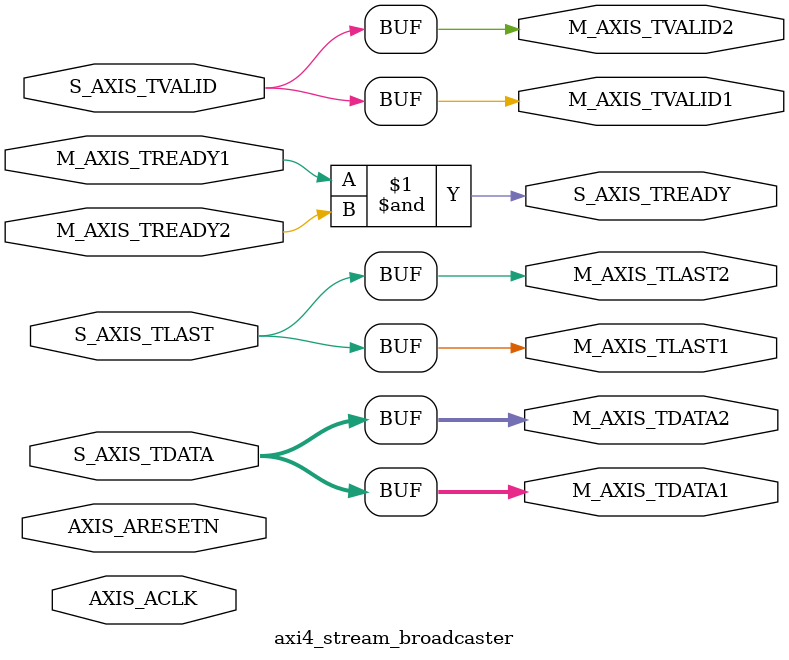
<source format=v>
module axi4_stream_broadcaster
#(
  parameter DATA_WIDTH=32
)
(
  input AXIS_ACLK,
  input AXIS_ARESETN,

  input signed [DATA_WIDTH - 1:0] S_AXIS_TDATA,
  input S_AXIS_TVALID,
  input S_AXIS_TLAST,
  output S_AXIS_TREADY,

  output signed [DATA_WIDTH - 1:0] M_AXIS_TDATA1,
  output M_AXIS_TVALID1,
  output M_AXIS_TLAST1,
  input M_AXIS_TREADY1,

  output signed [DATA_WIDTH - 1:0] M_AXIS_TDATA2,
  output M_AXIS_TVALID2,
  output M_AXIS_TLAST2,
  input M_AXIS_TREADY2
);

  assign M_AXIS_TDATA1 = S_AXIS_TDATA;
  assign M_AXIS_TDATA2 = S_AXIS_TDATA;
  
  assign M_AXIS_TVALID1 = S_AXIS_TVALID;
  assign M_AXIS_TVALID2 = S_AXIS_TVALID;

  assign M_AXIS_TLAST1 = S_AXIS_TLAST;
  assign M_AXIS_TLAST2 = S_AXIS_TLAST;

  assign S_AXIS_TREADY = M_AXIS_TREADY1 & M_AXIS_TREADY2;
endmodule
</source>
